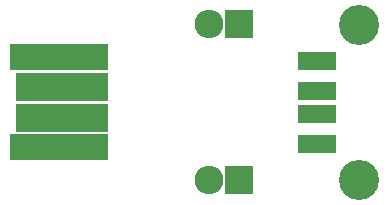
<source format=gts>
G04 #@! TF.FileFunction,Soldermask,Top*
%FSLAX46Y46*%
G04 Gerber Fmt 4.6, Leading zero omitted, Abs format (unit mm)*
G04 Created by KiCad (PCBNEW 4.0.1-2.fc23-product) date Tue 19 Jan 2016 10:13:06 PM CET*
%MOMM*%
G01*
G04 APERTURE LIST*
%ADD10C,0.100000*%
%ADD11R,2.432000X2.432000*%
%ADD12O,2.432000X2.432000*%
%ADD13R,8.400000X2.300000*%
%ADD14R,7.900000X2.400000*%
%ADD15C,3.400000*%
%ADD16R,3.280000X1.520000*%
G04 APERTURE END LIST*
D10*
D11*
X180340000Y-100076000D03*
D12*
X177800000Y-100076000D03*
D11*
X180340000Y-113284000D03*
D12*
X177800000Y-113284000D03*
D13*
X165104000Y-110490000D03*
X165104000Y-102870000D03*
D14*
X165354000Y-105380000D03*
X165354000Y-107980000D03*
D15*
X190500000Y-113250000D03*
X190500000Y-100110000D03*
D16*
X186920000Y-110180000D03*
X186920000Y-107680000D03*
X186920000Y-105680000D03*
X186920000Y-103180000D03*
M02*

</source>
